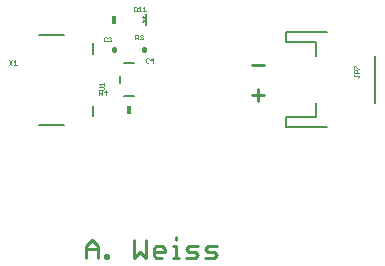
<source format=gbr>
G04 EAGLE Gerber RS-274X export*
G75*
%MOMM*%
%FSLAX34Y34*%
%LPD*%
%INSilkscreen Top*%
%IPPOS*%
%AMOC8*
5,1,8,0,0,1.08239X$1,22.5*%
G01*
%ADD10C,0.279400*%
%ADD11C,0.203200*%
%ADD12C,0.025400*%
%ADD13R,0.406400X0.711200*%
%ADD14C,0.406400*%


D10*
X218567Y50806D02*
X228566Y50806D01*
X223567Y45807D02*
X223567Y55806D01*
X218567Y76206D02*
X228566Y76206D01*
X77597Y-77504D02*
X77597Y-87503D01*
X77597Y-77504D02*
X82597Y-72504D01*
X87596Y-77504D01*
X87596Y-87503D01*
X87596Y-80004D02*
X77597Y-80004D01*
X93969Y-85003D02*
X93969Y-87503D01*
X93969Y-85003D02*
X96468Y-85003D01*
X96468Y-87503D01*
X93969Y-87503D01*
X118526Y-87503D02*
X118526Y-72504D01*
X123526Y-82503D02*
X118526Y-87503D01*
X123526Y-82503D02*
X128525Y-87503D01*
X128525Y-72504D01*
X137397Y-87503D02*
X142397Y-87503D01*
X137397Y-87503D02*
X134897Y-85003D01*
X134897Y-80004D01*
X137397Y-77504D01*
X142397Y-77504D01*
X144897Y-80004D01*
X144897Y-82503D01*
X134897Y-82503D01*
X151269Y-77504D02*
X153769Y-77504D01*
X153769Y-87503D01*
X151269Y-87503D02*
X156269Y-87503D01*
X153769Y-72504D02*
X153769Y-70004D01*
X162183Y-87503D02*
X169683Y-87503D01*
X172183Y-85003D01*
X169683Y-82503D01*
X164683Y-82503D01*
X162183Y-80004D01*
X164683Y-77504D01*
X172183Y-77504D01*
X178555Y-87503D02*
X186054Y-87503D01*
X188554Y-85003D01*
X186054Y-82503D01*
X181055Y-82503D01*
X178555Y-80004D01*
X181055Y-77504D01*
X188554Y-77504D01*
D11*
X128700Y109700D02*
X128700Y114300D01*
X128700Y118900D01*
X128700Y114300D02*
X125600Y111962D01*
X128546Y114554D02*
X125600Y116484D01*
D12*
X118237Y121412D02*
X118237Y125225D01*
X118237Y121412D02*
X120144Y121412D01*
X120779Y122048D01*
X120779Y124590D01*
X120144Y125225D01*
X118237Y125225D01*
X121979Y123954D02*
X123250Y125225D01*
X123250Y121412D01*
X121979Y121412D02*
X124521Y121412D01*
X125721Y123954D02*
X126992Y125225D01*
X126992Y121412D01*
X125721Y121412D02*
X128263Y121412D01*
D13*
X101600Y114300D03*
D12*
X119643Y101476D02*
X119643Y97663D01*
X119643Y101476D02*
X121549Y101476D01*
X122185Y100841D01*
X122185Y99570D01*
X121549Y98934D01*
X119643Y98934D01*
X120914Y98934D02*
X122185Y97663D01*
X123385Y100841D02*
X124020Y101476D01*
X125292Y101476D01*
X125927Y100841D01*
X125927Y100205D01*
X125292Y99570D01*
X124656Y99570D01*
X125292Y99570D02*
X125927Y98934D01*
X125927Y98299D01*
X125292Y97663D01*
X124020Y97663D01*
X123385Y98299D01*
D11*
X118594Y77724D02*
X110006Y77724D01*
X110006Y49276D02*
X118594Y49276D01*
X106196Y60816D02*
X106196Y66184D01*
D12*
X91947Y54737D02*
X88770Y54737D01*
X91947Y54737D02*
X92583Y55373D01*
X92583Y56644D01*
X91947Y57279D01*
X88770Y57279D01*
X90041Y58479D02*
X88770Y59750D01*
X92583Y59750D01*
X92583Y58479D02*
X92583Y61021D01*
D13*
X114300Y38100D03*
D12*
X89027Y50927D02*
X89027Y54740D01*
X90934Y54740D01*
X91569Y54105D01*
X91569Y52834D01*
X90934Y52198D01*
X89027Y52198D01*
X90298Y52198D02*
X91569Y50927D01*
X94676Y50927D02*
X94676Y54740D01*
X92769Y52834D01*
X95311Y52834D01*
D14*
X101600Y88595D02*
X101600Y89205D01*
D12*
X95379Y99190D02*
X94744Y99825D01*
X93473Y99825D01*
X92837Y99190D01*
X92837Y96648D01*
X93473Y96012D01*
X94744Y96012D01*
X95379Y96648D01*
X96579Y99190D02*
X97215Y99825D01*
X98486Y99825D01*
X99121Y99190D01*
X99121Y98554D01*
X98486Y97919D01*
X97850Y97919D01*
X98486Y97919D02*
X99121Y97283D01*
X99121Y96648D01*
X98486Y96012D01*
X97215Y96012D01*
X96579Y96648D01*
D14*
X127000Y89205D02*
X127000Y88595D01*
D12*
X130439Y81791D02*
X131075Y81156D01*
X130439Y81791D02*
X129168Y81791D01*
X128533Y81156D01*
X128533Y78614D01*
X129168Y77978D01*
X130439Y77978D01*
X131075Y78614D01*
X134182Y77978D02*
X134182Y81791D01*
X132275Y79885D01*
X134817Y79885D01*
D11*
X247100Y103500D02*
X282100Y103500D01*
X247100Y103500D02*
X247100Y95500D01*
X272100Y95500D01*
X272100Y83500D01*
X272100Y43500D02*
X272100Y31500D01*
X247100Y31500D01*
X247100Y23500D01*
X282100Y23500D01*
X322100Y43500D02*
X322100Y83500D01*
D12*
X308737Y65736D02*
X308101Y65101D01*
X308737Y65736D02*
X308737Y66372D01*
X308101Y67007D01*
X304924Y67007D01*
X304924Y66372D02*
X304924Y67643D01*
X304924Y68843D02*
X308737Y68843D01*
X304924Y68843D02*
X304924Y70749D01*
X305559Y71385D01*
X306830Y71385D01*
X307466Y70749D01*
X307466Y68843D01*
X304924Y72585D02*
X304924Y75127D01*
X305559Y75127D01*
X308101Y72585D01*
X308737Y72585D01*
D11*
X58800Y101500D02*
X37800Y101500D01*
X83800Y94500D02*
X83800Y85500D01*
X83800Y41500D02*
X83800Y32500D01*
X58800Y25500D02*
X37800Y25500D01*
D12*
X15369Y76327D02*
X12827Y80140D01*
X15369Y80140D02*
X12827Y76327D01*
X16569Y78869D02*
X17840Y80140D01*
X17840Y76327D01*
X16569Y76327D02*
X19111Y76327D01*
M02*

</source>
